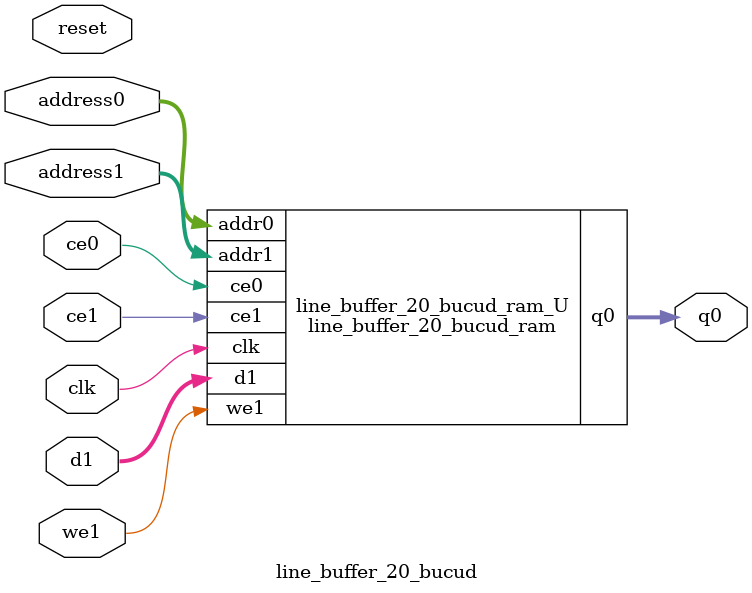
<source format=v>

`timescale 1 ns / 1 ps
module line_buffer_20_bucud_ram (addr0, ce0, q0, addr1, ce1, d1, we1,  clk);

parameter DWIDTH = 16;
parameter AWIDTH = 11;
parameter MEM_SIZE = 1472;

input[AWIDTH-1:0] addr0;
input ce0;
output reg[DWIDTH-1:0] q0;
input[AWIDTH-1:0] addr1;
input ce1;
input[DWIDTH-1:0] d1;
input we1;
input clk;

(* ram_style = "block" *)reg [DWIDTH-1:0] ram[0:MEM_SIZE-1];




always @(posedge clk)  
begin 
    if (ce0) 
    begin
            q0 <= ram[addr0];
    end
end


always @(posedge clk)  
begin 
    if (ce1) 
    begin
        if (we1) 
        begin 
            ram[addr1] <= d1; 
        end 
    end
end


endmodule


`timescale 1 ns / 1 ps
module line_buffer_20_bucud(
    reset,
    clk,
    address0,
    ce0,
    q0,
    address1,
    ce1,
    we1,
    d1);

parameter DataWidth = 32'd16;
parameter AddressRange = 32'd1472;
parameter AddressWidth = 32'd11;
input reset;
input clk;
input[AddressWidth - 1:0] address0;
input ce0;
output[DataWidth - 1:0] q0;
input[AddressWidth - 1:0] address1;
input ce1;
input we1;
input[DataWidth - 1:0] d1;



line_buffer_20_bucud_ram line_buffer_20_bucud_ram_U(
    .clk( clk ),
    .addr0( address0 ),
    .ce0( ce0 ),
    .q0( q0 ),
    .addr1( address1 ),
    .ce1( ce1 ),
    .d1( d1 ),
    .we1( we1 ));

endmodule


</source>
